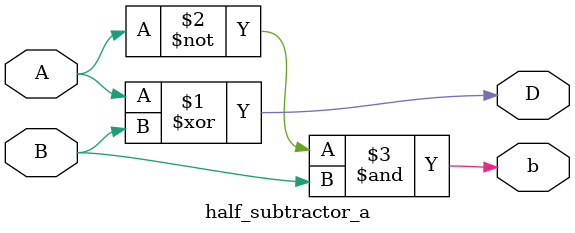
<source format=v>
`timescale 1ns / 1ps

module half_subtractor_a(
    input A,
    input B,
    output D,
    output b
    );
    assign D=A^B;
    assign b=~A&B;
    
endmodule

</source>
